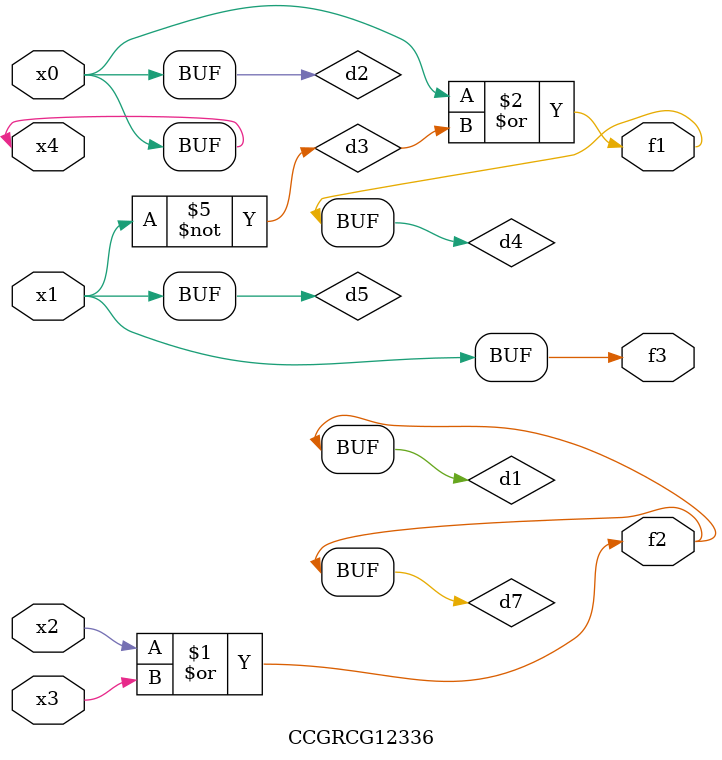
<source format=v>
module CCGRCG12336(
	input x0, x1, x2, x3, x4,
	output f1, f2, f3
);

	wire d1, d2, d3, d4, d5, d6, d7;

	or (d1, x2, x3);
	buf (d2, x0, x4);
	not (d3, x1);
	or (d4, d2, d3);
	not (d5, d3);
	nand (d6, d1, d3);
	or (d7, d1);
	assign f1 = d4;
	assign f2 = d7;
	assign f3 = d5;
endmodule

</source>
